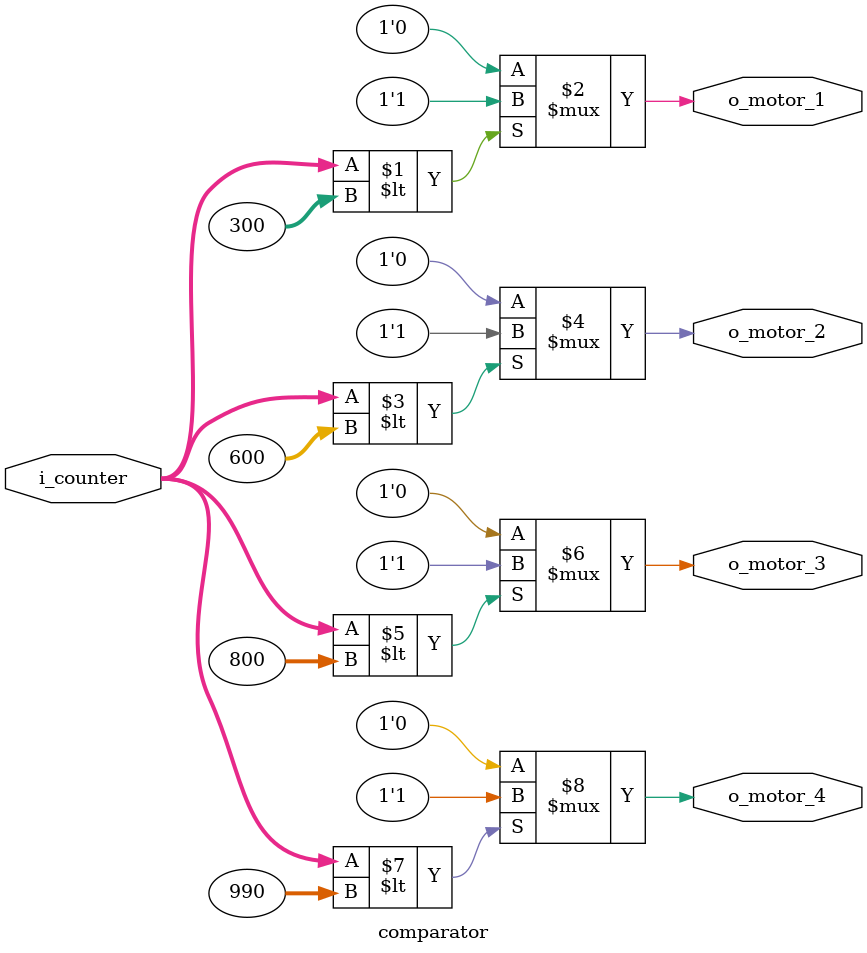
<source format=v>
`timescale 1ns / 1ps



module comparator(
    input [9:0] i_counter,
    output o_motor_1, o_motor_2,o_motor_3,o_motor_4

    );

    assign o_motor_1 = (i_counter < 300) ? 1'b1 : 1'b0;
    assign o_motor_2 = (i_counter < 600) ? 1'b1 : 1'b0;
    assign o_motor_3 = (i_counter < 800) ? 1'b1 : 1'b0;
    assign o_motor_4 = (i_counter < 990) ? 1'b1 : 1'b0;
    
endmodule

</source>
